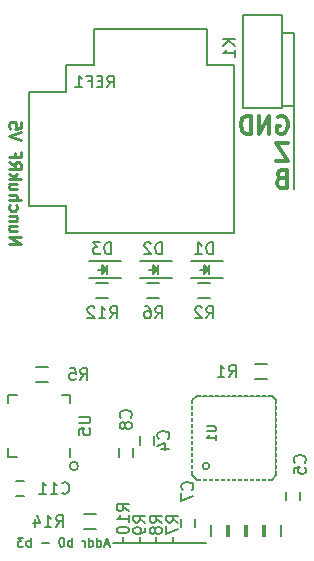
<source format=gbo>
G04 #@! TF.FileFunction,Legend,Bot*
%FSLAX46Y46*%
G04 Gerber Fmt 4.6, Leading zero omitted, Abs format (unit mm)*
G04 Created by KiCad (PCBNEW (2015-08-23 BZR 6117)-product) date tor 17 sep 2015 21:25:48*
%MOMM*%
G01*
G04 APERTURE LIST*
%ADD10C,0.100000*%
%ADD11C,0.200000*%
%ADD12C,0.177800*%
%ADD13C,0.300000*%
%ADD14C,0.250000*%
%ADD15C,0.150000*%
%ADD16C,0.127000*%
%ADD17C,0.149860*%
%ADD18O,0.442240X0.992240*%
%ADD19O,0.992240X0.442240*%
%ADD20R,1.817240X1.817240*%
%ADD21R,1.675000X1.675000*%
%ADD22R,1.200000X0.900000*%
%ADD23C,1.700000*%
%ADD24R,0.750000X1.200000*%
%ADD25R,1.200000X0.750000*%
%ADD26R,1.198880X1.198880*%
%ADD27R,0.900000X1.200000*%
%ADD28R,1.300480X0.254000*%
%ADD29R,0.254000X1.300480*%
%ADD30R,2.540000X2.032000*%
G04 APERTURE END LIST*
D10*
D11*
X223244210Y-83693000D02*
G75*
G03X223244210Y-83693000I-359210J0D01*
G01*
X240538000Y-53213000D02*
X241554000Y-53213000D01*
X241554000Y-46990000D02*
X240538000Y-46990000D01*
X231267000Y-90170000D02*
X231267000Y-89662000D01*
X229870000Y-90170000D02*
X229870000Y-89662000D01*
X228473000Y-90170000D02*
X228473000Y-89662000D01*
X227076000Y-90170000D02*
X227076000Y-89662000D01*
X234061000Y-90170000D02*
X226187000Y-90170000D01*
X241554000Y-46990000D02*
X241554000Y-60198000D01*
D12*
X225860428Y-90297000D02*
X225497571Y-90297000D01*
X225933000Y-90514714D02*
X225679000Y-89752714D01*
X225425000Y-90514714D01*
X224844428Y-90514714D02*
X224844428Y-89752714D01*
X224844428Y-90478429D02*
X224916999Y-90514714D01*
X225062142Y-90514714D01*
X225134714Y-90478429D01*
X225170999Y-90442143D01*
X225207285Y-90369571D01*
X225207285Y-90151857D01*
X225170999Y-90079286D01*
X225134714Y-90043000D01*
X225062142Y-90006714D01*
X224916999Y-90006714D01*
X224844428Y-90043000D01*
X224154999Y-90514714D02*
X224154999Y-89752714D01*
X224154999Y-90478429D02*
X224227570Y-90514714D01*
X224372713Y-90514714D01*
X224445285Y-90478429D01*
X224481570Y-90442143D01*
X224517856Y-90369571D01*
X224517856Y-90151857D01*
X224481570Y-90079286D01*
X224445285Y-90043000D01*
X224372713Y-90006714D01*
X224227570Y-90006714D01*
X224154999Y-90043000D01*
X223792141Y-90514714D02*
X223792141Y-90006714D01*
X223792141Y-90151857D02*
X223755856Y-90079286D01*
X223719570Y-90043000D01*
X223646999Y-90006714D01*
X223574427Y-90006714D01*
X222739856Y-90514714D02*
X222739856Y-89752714D01*
X222739856Y-90043000D02*
X222667285Y-90006714D01*
X222522142Y-90006714D01*
X222449571Y-90043000D01*
X222413285Y-90079286D01*
X222376999Y-90151857D01*
X222376999Y-90369571D01*
X222413285Y-90442143D01*
X222449571Y-90478429D01*
X222522142Y-90514714D01*
X222667285Y-90514714D01*
X222739856Y-90478429D01*
X221905285Y-89752714D02*
X221832713Y-89752714D01*
X221760142Y-89789000D01*
X221723856Y-89825286D01*
X221687570Y-89897857D01*
X221651285Y-90043000D01*
X221651285Y-90224429D01*
X221687570Y-90369571D01*
X221723856Y-90442143D01*
X221760142Y-90478429D01*
X221832713Y-90514714D01*
X221905285Y-90514714D01*
X221977856Y-90478429D01*
X222014142Y-90442143D01*
X222050427Y-90369571D01*
X222086713Y-90224429D01*
X222086713Y-90043000D01*
X222050427Y-89897857D01*
X222014142Y-89825286D01*
X221977856Y-89789000D01*
X221905285Y-89752714D01*
X220744142Y-90224429D02*
X220163571Y-90224429D01*
X219220142Y-90514714D02*
X219220142Y-89752714D01*
X219220142Y-90043000D02*
X219147571Y-90006714D01*
X219002428Y-90006714D01*
X218929857Y-90043000D01*
X218893571Y-90079286D01*
X218857285Y-90151857D01*
X218857285Y-90369571D01*
X218893571Y-90442143D01*
X218929857Y-90478429D01*
X219002428Y-90514714D01*
X219147571Y-90514714D01*
X219220142Y-90478429D01*
X218603285Y-89752714D02*
X218131571Y-89752714D01*
X218385571Y-90043000D01*
X218276713Y-90043000D01*
X218204142Y-90079286D01*
X218167856Y-90115571D01*
X218131571Y-90188143D01*
X218131571Y-90369571D01*
X218167856Y-90442143D01*
X218204142Y-90478429D01*
X218276713Y-90514714D01*
X218494428Y-90514714D01*
X218566999Y-90478429D01*
X218603285Y-90442143D01*
D13*
X240430857Y-59328857D02*
X240216571Y-59400286D01*
X240145143Y-59471714D01*
X240073714Y-59614571D01*
X240073714Y-59828857D01*
X240145143Y-59971714D01*
X240216571Y-60043143D01*
X240359429Y-60114571D01*
X240930857Y-60114571D01*
X240930857Y-58614571D01*
X240430857Y-58614571D01*
X240288000Y-58686000D01*
X240216571Y-58757429D01*
X240145143Y-58900286D01*
X240145143Y-59043143D01*
X240216571Y-59186000D01*
X240288000Y-59257429D01*
X240430857Y-59328857D01*
X240930857Y-59328857D01*
X241037999Y-56328571D02*
X240037999Y-56328571D01*
X241037999Y-57828571D01*
X240037999Y-57828571D01*
X240156857Y-54114000D02*
X240299714Y-54042571D01*
X240514000Y-54042571D01*
X240728285Y-54114000D01*
X240871143Y-54256857D01*
X240942571Y-54399714D01*
X241014000Y-54685429D01*
X241014000Y-54899714D01*
X240942571Y-55185429D01*
X240871143Y-55328286D01*
X240728285Y-55471143D01*
X240514000Y-55542571D01*
X240371143Y-55542571D01*
X240156857Y-55471143D01*
X240085428Y-55399714D01*
X240085428Y-54899714D01*
X240371143Y-54899714D01*
X239442571Y-55542571D02*
X239442571Y-54042571D01*
X238585428Y-55542571D01*
X238585428Y-54042571D01*
X237871142Y-55542571D02*
X237871142Y-54042571D01*
X237513999Y-54042571D01*
X237299714Y-54114000D01*
X237156856Y-54256857D01*
X237085428Y-54399714D01*
X237013999Y-54685429D01*
X237013999Y-54899714D01*
X237085428Y-55185429D01*
X237156856Y-55328286D01*
X237299714Y-55471143D01*
X237513999Y-55542571D01*
X237871142Y-55542571D01*
D14*
X217393259Y-64883658D02*
X218393259Y-64883658D01*
X217393259Y-64312229D01*
X218393259Y-64312229D01*
X218059926Y-63407467D02*
X217393259Y-63407467D01*
X218059926Y-63836039D02*
X217536116Y-63836039D01*
X217440878Y-63788420D01*
X217393259Y-63693182D01*
X217393259Y-63550324D01*
X217440878Y-63455086D01*
X217488497Y-63407467D01*
X218059926Y-62931277D02*
X217393259Y-62931277D01*
X217964688Y-62931277D02*
X218012307Y-62883658D01*
X218059926Y-62788420D01*
X218059926Y-62645562D01*
X218012307Y-62550324D01*
X217917069Y-62502705D01*
X217393259Y-62502705D01*
X217440878Y-61597943D02*
X217393259Y-61693181D01*
X217393259Y-61883658D01*
X217440878Y-61978896D01*
X217488497Y-62026515D01*
X217583735Y-62074134D01*
X217869450Y-62074134D01*
X217964688Y-62026515D01*
X218012307Y-61978896D01*
X218059926Y-61883658D01*
X218059926Y-61693181D01*
X218012307Y-61597943D01*
X217393259Y-61169372D02*
X218393259Y-61169372D01*
X217393259Y-60740800D02*
X217917069Y-60740800D01*
X218012307Y-60788419D01*
X218059926Y-60883657D01*
X218059926Y-61026515D01*
X218012307Y-61121753D01*
X217964688Y-61169372D01*
X218059926Y-59836038D02*
X217393259Y-59836038D01*
X218059926Y-60264610D02*
X217536116Y-60264610D01*
X217440878Y-60216991D01*
X217393259Y-60121753D01*
X217393259Y-59978895D01*
X217440878Y-59883657D01*
X217488497Y-59836038D01*
X217393259Y-59359848D02*
X218393259Y-59359848D01*
X217774211Y-59264610D02*
X217393259Y-58978895D01*
X218059926Y-58978895D02*
X217678973Y-59359848D01*
X217393259Y-57978895D02*
X217869450Y-58312229D01*
X217393259Y-58550324D02*
X218393259Y-58550324D01*
X218393259Y-58169371D01*
X218345640Y-58074133D01*
X218298021Y-58026514D01*
X218202783Y-57978895D01*
X218059926Y-57978895D01*
X217964688Y-58026514D01*
X217917069Y-58074133D01*
X217869450Y-58169371D01*
X217869450Y-58550324D01*
X217917069Y-57216990D02*
X217917069Y-57550324D01*
X217393259Y-57550324D02*
X218393259Y-57550324D01*
X218393259Y-57074133D01*
X218393259Y-56074133D02*
X217393259Y-55740800D01*
X218393259Y-55407466D01*
X218393259Y-54597942D02*
X218393259Y-55074133D01*
X217917069Y-55121752D01*
X217964688Y-55074133D01*
X218012307Y-54978895D01*
X218012307Y-54740799D01*
X217964688Y-54645561D01*
X217917069Y-54597942D01*
X217821830Y-54550323D01*
X217583735Y-54550323D01*
X217488497Y-54597942D01*
X217440878Y-54645561D01*
X217393259Y-54740799D01*
X217393259Y-54978895D01*
X217440878Y-55074133D01*
X217488497Y-55121752D01*
D15*
X222589000Y-77639000D02*
X221839000Y-77639000D01*
X217339000Y-82889000D02*
X218089000Y-82889000D01*
X217339000Y-77639000D02*
X218089000Y-77639000D01*
X222589000Y-82889000D02*
X222589000Y-82139000D01*
X217339000Y-82889000D02*
X217339000Y-82139000D01*
X217339000Y-77639000D02*
X217339000Y-78389000D01*
X222589000Y-77639000D02*
X222589000Y-78389000D01*
X239260000Y-75017000D02*
X238260000Y-75017000D01*
X238260000Y-76367000D02*
X239260000Y-76367000D01*
X219059760Y-51983640D02*
X219059760Y-61635640D01*
X222246760Y-61635640D02*
X219059760Y-61635640D01*
X222246760Y-52021640D02*
X219059760Y-52021640D01*
X222246760Y-49721640D02*
X222246760Y-52021640D01*
X222246760Y-63921640D02*
X222246760Y-61621640D01*
X236446760Y-63921640D02*
X222246760Y-63921640D01*
X236446760Y-49721640D02*
X236446760Y-63921640D01*
X224546760Y-49721640D02*
X222246760Y-49721640D01*
X234146760Y-49721640D02*
X236446760Y-49721640D01*
X224546760Y-46721640D02*
X224546760Y-49721640D01*
X234146760Y-46721640D02*
X234146760Y-49721640D01*
X224546760Y-46721640D02*
X234146760Y-46721640D01*
X229708000Y-81884000D02*
X229708000Y-81184000D01*
X228508000Y-81184000D02*
X228508000Y-81884000D01*
X240827000Y-85883000D02*
X240827000Y-86583000D01*
X242027000Y-86583000D02*
X242027000Y-85883000D01*
X233137000Y-88869000D02*
X233137000Y-88169000D01*
X231937000Y-88169000D02*
X231937000Y-88869000D01*
X226730000Y-82200000D02*
X226730000Y-82900000D01*
X227930000Y-82900000D02*
X227930000Y-82200000D01*
X217963000Y-86198000D02*
X218663000Y-86198000D01*
X218663000Y-84998000D02*
X217963000Y-84998000D01*
X235534000Y-67806000D02*
X232834000Y-67806000D01*
X235534000Y-66306000D02*
X232834000Y-66306000D01*
X234034000Y-67206000D02*
X234034000Y-66956000D01*
X234034000Y-66956000D02*
X234184000Y-67106000D01*
X234284000Y-66706000D02*
X234284000Y-67406000D01*
X233934000Y-67056000D02*
X233584000Y-67056000D01*
X234284000Y-67056000D02*
X233934000Y-66706000D01*
X233934000Y-66706000D02*
X233934000Y-67406000D01*
X233934000Y-67406000D02*
X234284000Y-67056000D01*
X231216000Y-67806000D02*
X228516000Y-67806000D01*
X231216000Y-66306000D02*
X228516000Y-66306000D01*
X229716000Y-67206000D02*
X229716000Y-66956000D01*
X229716000Y-66956000D02*
X229866000Y-67106000D01*
X229966000Y-66706000D02*
X229966000Y-67406000D01*
X229616000Y-67056000D02*
X229266000Y-67056000D01*
X229966000Y-67056000D02*
X229616000Y-66706000D01*
X229616000Y-66706000D02*
X229616000Y-67406000D01*
X229616000Y-67406000D02*
X229966000Y-67056000D01*
X226898000Y-67806000D02*
X224198000Y-67806000D01*
X226898000Y-66306000D02*
X224198000Y-66306000D01*
X225398000Y-67206000D02*
X225398000Y-66956000D01*
X225398000Y-66956000D02*
X225548000Y-67106000D01*
X225648000Y-66706000D02*
X225648000Y-67406000D01*
X225298000Y-67056000D02*
X224948000Y-67056000D01*
X225648000Y-67056000D02*
X225298000Y-66706000D01*
X225298000Y-66706000D02*
X225298000Y-67406000D01*
X225298000Y-67406000D02*
X225648000Y-67056000D01*
X234434000Y-68159000D02*
X233434000Y-68159000D01*
X233434000Y-69509000D02*
X234434000Y-69509000D01*
X219718000Y-76621000D02*
X220718000Y-76621000D01*
X220718000Y-75271000D02*
X219718000Y-75271000D01*
X230116000Y-68159000D02*
X229116000Y-68159000D01*
X229116000Y-69509000D02*
X230116000Y-69509000D01*
X239101000Y-88654000D02*
X239101000Y-89654000D01*
X240451000Y-89654000D02*
X240451000Y-88654000D01*
X237577000Y-88654000D02*
X237577000Y-89654000D01*
X238927000Y-89654000D02*
X238927000Y-88654000D01*
X236053000Y-88654000D02*
X236053000Y-89654000D01*
X237403000Y-89654000D02*
X237403000Y-88654000D01*
X234529000Y-88654000D02*
X234529000Y-89654000D01*
X235879000Y-89654000D02*
X235879000Y-88654000D01*
X225798000Y-68159000D02*
X224798000Y-68159000D01*
X224798000Y-69509000D02*
X225798000Y-69509000D01*
D16*
X234344981Y-83693000D02*
G75*
G03X234344981Y-83693000I-283981J0D01*
G01*
X233299000Y-77724000D02*
X232918000Y-78105000D01*
X232918000Y-78105000D02*
X232918000Y-84455000D01*
X232918000Y-84455000D02*
X233299000Y-84836000D01*
X233299000Y-84836000D02*
X239649000Y-84836000D01*
X239649000Y-84836000D02*
X240030000Y-84455000D01*
X240030000Y-84455000D02*
X240030000Y-78105000D01*
X240030000Y-78105000D02*
X239649000Y-77724000D01*
X239649000Y-77724000D02*
X233299000Y-77724000D01*
D15*
X224782000Y-87717000D02*
X223782000Y-87717000D01*
X223782000Y-89067000D02*
X224782000Y-89067000D01*
X237236000Y-45466000D02*
X237236000Y-53340000D01*
X237236000Y-53340000D02*
X240538000Y-53340000D01*
X240538000Y-53340000D02*
X240538000Y-45466000D01*
X240538000Y-45466000D02*
X237236000Y-45466000D01*
X223291381Y-79502095D02*
X224100905Y-79502095D01*
X224196143Y-79549714D01*
X224243762Y-79597333D01*
X224291381Y-79692571D01*
X224291381Y-79883048D01*
X224243762Y-79978286D01*
X224196143Y-80025905D01*
X224100905Y-80073524D01*
X223291381Y-80073524D01*
X223291381Y-81025905D02*
X223291381Y-80549714D01*
X223767571Y-80502095D01*
X223719952Y-80549714D01*
X223672333Y-80644952D01*
X223672333Y-80883048D01*
X223719952Y-80978286D01*
X223767571Y-81025905D01*
X223862810Y-81073524D01*
X224100905Y-81073524D01*
X224196143Y-81025905D01*
X224243762Y-80978286D01*
X224291381Y-80883048D01*
X224291381Y-80644952D01*
X224243762Y-80549714D01*
X224196143Y-80502095D01*
X236005666Y-76144381D02*
X236339000Y-75668190D01*
X236577095Y-76144381D02*
X236577095Y-75144381D01*
X236196142Y-75144381D01*
X236100904Y-75192000D01*
X236053285Y-75239619D01*
X236005666Y-75334857D01*
X236005666Y-75477714D01*
X236053285Y-75572952D01*
X236100904Y-75620571D01*
X236196142Y-75668190D01*
X236577095Y-75668190D01*
X235053285Y-76144381D02*
X235624714Y-76144381D01*
X235339000Y-76144381D02*
X235339000Y-75144381D01*
X235434238Y-75287238D01*
X235529476Y-75382476D01*
X235624714Y-75430095D01*
X225710619Y-51633381D02*
X226043953Y-51157190D01*
X226282048Y-51633381D02*
X226282048Y-50633381D01*
X225901095Y-50633381D01*
X225805857Y-50681000D01*
X225758238Y-50728619D01*
X225710619Y-50823857D01*
X225710619Y-50966714D01*
X225758238Y-51061952D01*
X225805857Y-51109571D01*
X225901095Y-51157190D01*
X226282048Y-51157190D01*
X225282048Y-51109571D02*
X224948714Y-51109571D01*
X224805857Y-51633381D02*
X225282048Y-51633381D01*
X225282048Y-50633381D01*
X224805857Y-50633381D01*
X224043952Y-51109571D02*
X224377286Y-51109571D01*
X224377286Y-51633381D02*
X224377286Y-50633381D01*
X223901095Y-50633381D01*
X222996333Y-51633381D02*
X223567762Y-51633381D01*
X223282048Y-51633381D02*
X223282048Y-50633381D01*
X223377286Y-50776238D01*
X223472524Y-50871476D01*
X223567762Y-50919095D01*
X230862143Y-81367334D02*
X230909762Y-81319715D01*
X230957381Y-81176858D01*
X230957381Y-81081620D01*
X230909762Y-80938762D01*
X230814524Y-80843524D01*
X230719286Y-80795905D01*
X230528810Y-80748286D01*
X230385952Y-80748286D01*
X230195476Y-80795905D01*
X230100238Y-80843524D01*
X230005000Y-80938762D01*
X229957381Y-81081620D01*
X229957381Y-81176858D01*
X230005000Y-81319715D01*
X230052619Y-81367334D01*
X230290714Y-82224477D02*
X230957381Y-82224477D01*
X229909762Y-81986381D02*
X230624048Y-81748286D01*
X230624048Y-82367334D01*
X242419143Y-83399334D02*
X242466762Y-83351715D01*
X242514381Y-83208858D01*
X242514381Y-83113620D01*
X242466762Y-82970762D01*
X242371524Y-82875524D01*
X242276286Y-82827905D01*
X242085810Y-82780286D01*
X241942952Y-82780286D01*
X241752476Y-82827905D01*
X241657238Y-82875524D01*
X241562000Y-82970762D01*
X241514381Y-83113620D01*
X241514381Y-83208858D01*
X241562000Y-83351715D01*
X241609619Y-83399334D01*
X241514381Y-84304096D02*
X241514381Y-83827905D01*
X241990571Y-83780286D01*
X241942952Y-83827905D01*
X241895333Y-83923143D01*
X241895333Y-84161239D01*
X241942952Y-84256477D01*
X241990571Y-84304096D01*
X242085810Y-84351715D01*
X242323905Y-84351715D01*
X242419143Y-84304096D01*
X242466762Y-84256477D01*
X242514381Y-84161239D01*
X242514381Y-83923143D01*
X242466762Y-83827905D01*
X242419143Y-83780286D01*
X232894143Y-85685334D02*
X232941762Y-85637715D01*
X232989381Y-85494858D01*
X232989381Y-85399620D01*
X232941762Y-85256762D01*
X232846524Y-85161524D01*
X232751286Y-85113905D01*
X232560810Y-85066286D01*
X232417952Y-85066286D01*
X232227476Y-85113905D01*
X232132238Y-85161524D01*
X232037000Y-85256762D01*
X231989381Y-85399620D01*
X231989381Y-85494858D01*
X232037000Y-85637715D01*
X232084619Y-85685334D01*
X231989381Y-86018667D02*
X231989381Y-86685334D01*
X232989381Y-86256762D01*
X227687143Y-79589334D02*
X227734762Y-79541715D01*
X227782381Y-79398858D01*
X227782381Y-79303620D01*
X227734762Y-79160762D01*
X227639524Y-79065524D01*
X227544286Y-79017905D01*
X227353810Y-78970286D01*
X227210952Y-78970286D01*
X227020476Y-79017905D01*
X226925238Y-79065524D01*
X226830000Y-79160762D01*
X226782381Y-79303620D01*
X226782381Y-79398858D01*
X226830000Y-79541715D01*
X226877619Y-79589334D01*
X227210952Y-80160762D02*
X227163333Y-80065524D01*
X227115714Y-80017905D01*
X227020476Y-79970286D01*
X226972857Y-79970286D01*
X226877619Y-80017905D01*
X226830000Y-80065524D01*
X226782381Y-80160762D01*
X226782381Y-80351239D01*
X226830000Y-80446477D01*
X226877619Y-80494096D01*
X226972857Y-80541715D01*
X227020476Y-80541715D01*
X227115714Y-80494096D01*
X227163333Y-80446477D01*
X227210952Y-80351239D01*
X227210952Y-80160762D01*
X227258571Y-80065524D01*
X227306190Y-80017905D01*
X227401429Y-79970286D01*
X227591905Y-79970286D01*
X227687143Y-80017905D01*
X227734762Y-80065524D01*
X227782381Y-80160762D01*
X227782381Y-80351239D01*
X227734762Y-80446477D01*
X227687143Y-80494096D01*
X227591905Y-80541715D01*
X227401429Y-80541715D01*
X227306190Y-80494096D01*
X227258571Y-80446477D01*
X227210952Y-80351239D01*
X221876857Y-85955143D02*
X221924476Y-86002762D01*
X222067333Y-86050381D01*
X222162571Y-86050381D01*
X222305429Y-86002762D01*
X222400667Y-85907524D01*
X222448286Y-85812286D01*
X222495905Y-85621810D01*
X222495905Y-85478952D01*
X222448286Y-85288476D01*
X222400667Y-85193238D01*
X222305429Y-85098000D01*
X222162571Y-85050381D01*
X222067333Y-85050381D01*
X221924476Y-85098000D01*
X221876857Y-85145619D01*
X220924476Y-86050381D02*
X221495905Y-86050381D01*
X221210191Y-86050381D02*
X221210191Y-85050381D01*
X221305429Y-85193238D01*
X221400667Y-85288476D01*
X221495905Y-85336095D01*
X219972095Y-86050381D02*
X220543524Y-86050381D01*
X220257810Y-86050381D02*
X220257810Y-85050381D01*
X220353048Y-85193238D01*
X220448286Y-85288476D01*
X220543524Y-85336095D01*
X234672095Y-65758381D02*
X234672095Y-64758381D01*
X234434000Y-64758381D01*
X234291142Y-64806000D01*
X234195904Y-64901238D01*
X234148285Y-64996476D01*
X234100666Y-65186952D01*
X234100666Y-65329810D01*
X234148285Y-65520286D01*
X234195904Y-65615524D01*
X234291142Y-65710762D01*
X234434000Y-65758381D01*
X234672095Y-65758381D01*
X233148285Y-65758381D02*
X233719714Y-65758381D01*
X233434000Y-65758381D02*
X233434000Y-64758381D01*
X233529238Y-64901238D01*
X233624476Y-64996476D01*
X233719714Y-65044095D01*
X230354095Y-65758381D02*
X230354095Y-64758381D01*
X230116000Y-64758381D01*
X229973142Y-64806000D01*
X229877904Y-64901238D01*
X229830285Y-64996476D01*
X229782666Y-65186952D01*
X229782666Y-65329810D01*
X229830285Y-65520286D01*
X229877904Y-65615524D01*
X229973142Y-65710762D01*
X230116000Y-65758381D01*
X230354095Y-65758381D01*
X229401714Y-64853619D02*
X229354095Y-64806000D01*
X229258857Y-64758381D01*
X229020761Y-64758381D01*
X228925523Y-64806000D01*
X228877904Y-64853619D01*
X228830285Y-64948857D01*
X228830285Y-65044095D01*
X228877904Y-65186952D01*
X229449333Y-65758381D01*
X228830285Y-65758381D01*
X226036095Y-65758381D02*
X226036095Y-64758381D01*
X225798000Y-64758381D01*
X225655142Y-64806000D01*
X225559904Y-64901238D01*
X225512285Y-64996476D01*
X225464666Y-65186952D01*
X225464666Y-65329810D01*
X225512285Y-65520286D01*
X225559904Y-65615524D01*
X225655142Y-65710762D01*
X225798000Y-65758381D01*
X226036095Y-65758381D01*
X225131333Y-64758381D02*
X224512285Y-64758381D01*
X224845619Y-65139333D01*
X224702761Y-65139333D01*
X224607523Y-65186952D01*
X224559904Y-65234571D01*
X224512285Y-65329810D01*
X224512285Y-65567905D01*
X224559904Y-65663143D01*
X224607523Y-65710762D01*
X224702761Y-65758381D01*
X224988476Y-65758381D01*
X225083714Y-65710762D01*
X225131333Y-65663143D01*
X234100666Y-71186381D02*
X234434000Y-70710190D01*
X234672095Y-71186381D02*
X234672095Y-70186381D01*
X234291142Y-70186381D01*
X234195904Y-70234000D01*
X234148285Y-70281619D01*
X234100666Y-70376857D01*
X234100666Y-70519714D01*
X234148285Y-70614952D01*
X234195904Y-70662571D01*
X234291142Y-70710190D01*
X234672095Y-70710190D01*
X233719714Y-70281619D02*
X233672095Y-70234000D01*
X233576857Y-70186381D01*
X233338761Y-70186381D01*
X233243523Y-70234000D01*
X233195904Y-70281619D01*
X233148285Y-70376857D01*
X233148285Y-70472095D01*
X233195904Y-70614952D01*
X233767333Y-71186381D01*
X233148285Y-71186381D01*
X223432666Y-76398381D02*
X223766000Y-75922190D01*
X224004095Y-76398381D02*
X224004095Y-75398381D01*
X223623142Y-75398381D01*
X223527904Y-75446000D01*
X223480285Y-75493619D01*
X223432666Y-75588857D01*
X223432666Y-75731714D01*
X223480285Y-75826952D01*
X223527904Y-75874571D01*
X223623142Y-75922190D01*
X224004095Y-75922190D01*
X222527904Y-75398381D02*
X223004095Y-75398381D01*
X223051714Y-75874571D01*
X223004095Y-75826952D01*
X222908857Y-75779333D01*
X222670761Y-75779333D01*
X222575523Y-75826952D01*
X222527904Y-75874571D01*
X222480285Y-75969810D01*
X222480285Y-76207905D01*
X222527904Y-76303143D01*
X222575523Y-76350762D01*
X222670761Y-76398381D01*
X222908857Y-76398381D01*
X223004095Y-76350762D01*
X223051714Y-76303143D01*
X229782666Y-71186381D02*
X230116000Y-70710190D01*
X230354095Y-71186381D02*
X230354095Y-70186381D01*
X229973142Y-70186381D01*
X229877904Y-70234000D01*
X229830285Y-70281619D01*
X229782666Y-70376857D01*
X229782666Y-70519714D01*
X229830285Y-70614952D01*
X229877904Y-70662571D01*
X229973142Y-70710190D01*
X230354095Y-70710190D01*
X228925523Y-70186381D02*
X229116000Y-70186381D01*
X229211238Y-70234000D01*
X229258857Y-70281619D01*
X229354095Y-70424476D01*
X229401714Y-70614952D01*
X229401714Y-70995905D01*
X229354095Y-71091143D01*
X229306476Y-71138762D01*
X229211238Y-71186381D01*
X229020761Y-71186381D01*
X228925523Y-71138762D01*
X228877904Y-71091143D01*
X228830285Y-70995905D01*
X228830285Y-70757810D01*
X228877904Y-70662571D01*
X228925523Y-70614952D01*
X229020761Y-70567333D01*
X229211238Y-70567333D01*
X229306476Y-70614952D01*
X229354095Y-70662571D01*
X229401714Y-70757810D01*
X231719381Y-88479334D02*
X231243190Y-88146000D01*
X231719381Y-87907905D02*
X230719381Y-87907905D01*
X230719381Y-88288858D01*
X230767000Y-88384096D01*
X230814619Y-88431715D01*
X230909857Y-88479334D01*
X231052714Y-88479334D01*
X231147952Y-88431715D01*
X231195571Y-88384096D01*
X231243190Y-88288858D01*
X231243190Y-87907905D01*
X230719381Y-88812667D02*
X230719381Y-89479334D01*
X231719381Y-89050762D01*
X230322381Y-88479334D02*
X229846190Y-88146000D01*
X230322381Y-87907905D02*
X229322381Y-87907905D01*
X229322381Y-88288858D01*
X229370000Y-88384096D01*
X229417619Y-88431715D01*
X229512857Y-88479334D01*
X229655714Y-88479334D01*
X229750952Y-88431715D01*
X229798571Y-88384096D01*
X229846190Y-88288858D01*
X229846190Y-87907905D01*
X229750952Y-89050762D02*
X229703333Y-88955524D01*
X229655714Y-88907905D01*
X229560476Y-88860286D01*
X229512857Y-88860286D01*
X229417619Y-88907905D01*
X229370000Y-88955524D01*
X229322381Y-89050762D01*
X229322381Y-89241239D01*
X229370000Y-89336477D01*
X229417619Y-89384096D01*
X229512857Y-89431715D01*
X229560476Y-89431715D01*
X229655714Y-89384096D01*
X229703333Y-89336477D01*
X229750952Y-89241239D01*
X229750952Y-89050762D01*
X229798571Y-88955524D01*
X229846190Y-88907905D01*
X229941429Y-88860286D01*
X230131905Y-88860286D01*
X230227143Y-88907905D01*
X230274762Y-88955524D01*
X230322381Y-89050762D01*
X230322381Y-89241239D01*
X230274762Y-89336477D01*
X230227143Y-89384096D01*
X230131905Y-89431715D01*
X229941429Y-89431715D01*
X229846190Y-89384096D01*
X229798571Y-89336477D01*
X229750952Y-89241239D01*
X228925381Y-88479334D02*
X228449190Y-88146000D01*
X228925381Y-87907905D02*
X227925381Y-87907905D01*
X227925381Y-88288858D01*
X227973000Y-88384096D01*
X228020619Y-88431715D01*
X228115857Y-88479334D01*
X228258714Y-88479334D01*
X228353952Y-88431715D01*
X228401571Y-88384096D01*
X228449190Y-88288858D01*
X228449190Y-87907905D01*
X228925381Y-88955524D02*
X228925381Y-89146000D01*
X228877762Y-89241239D01*
X228830143Y-89288858D01*
X228687286Y-89384096D01*
X228496810Y-89431715D01*
X228115857Y-89431715D01*
X228020619Y-89384096D01*
X227973000Y-89336477D01*
X227925381Y-89241239D01*
X227925381Y-89050762D01*
X227973000Y-88955524D01*
X228020619Y-88907905D01*
X228115857Y-88860286D01*
X228353952Y-88860286D01*
X228449190Y-88907905D01*
X228496810Y-88955524D01*
X228544429Y-89050762D01*
X228544429Y-89241239D01*
X228496810Y-89336477D01*
X228449190Y-89384096D01*
X228353952Y-89431715D01*
X227528381Y-87495143D02*
X227052190Y-87161809D01*
X227528381Y-86923714D02*
X226528381Y-86923714D01*
X226528381Y-87304667D01*
X226576000Y-87399905D01*
X226623619Y-87447524D01*
X226718857Y-87495143D01*
X226861714Y-87495143D01*
X226956952Y-87447524D01*
X227004571Y-87399905D01*
X227052190Y-87304667D01*
X227052190Y-86923714D01*
X227528381Y-88447524D02*
X227528381Y-87876095D01*
X227528381Y-88161809D02*
X226528381Y-88161809D01*
X226671238Y-88066571D01*
X226766476Y-87971333D01*
X226814095Y-87876095D01*
X226528381Y-89066571D02*
X226528381Y-89161810D01*
X226576000Y-89257048D01*
X226623619Y-89304667D01*
X226718857Y-89352286D01*
X226909333Y-89399905D01*
X227147429Y-89399905D01*
X227337905Y-89352286D01*
X227433143Y-89304667D01*
X227480762Y-89257048D01*
X227528381Y-89161810D01*
X227528381Y-89066571D01*
X227480762Y-88971333D01*
X227433143Y-88923714D01*
X227337905Y-88876095D01*
X227147429Y-88828476D01*
X226909333Y-88828476D01*
X226718857Y-88876095D01*
X226623619Y-88923714D01*
X226576000Y-88971333D01*
X226528381Y-89066571D01*
X225940857Y-71186381D02*
X226274191Y-70710190D01*
X226512286Y-71186381D02*
X226512286Y-70186381D01*
X226131333Y-70186381D01*
X226036095Y-70234000D01*
X225988476Y-70281619D01*
X225940857Y-70376857D01*
X225940857Y-70519714D01*
X225988476Y-70614952D01*
X226036095Y-70662571D01*
X226131333Y-70710190D01*
X226512286Y-70710190D01*
X224988476Y-71186381D02*
X225559905Y-71186381D01*
X225274191Y-71186381D02*
X225274191Y-70186381D01*
X225369429Y-70329238D01*
X225464667Y-70424476D01*
X225559905Y-70472095D01*
X224607524Y-70281619D02*
X224559905Y-70234000D01*
X224464667Y-70186381D01*
X224226571Y-70186381D01*
X224131333Y-70234000D01*
X224083714Y-70281619D01*
X224036095Y-70376857D01*
X224036095Y-70472095D01*
X224083714Y-70614952D01*
X224655143Y-71186381D01*
X224036095Y-71186381D01*
D17*
X234158669Y-80328105D02*
X234765245Y-80328105D01*
X234836607Y-80363786D01*
X234872288Y-80399467D01*
X234907969Y-80470829D01*
X234907969Y-80613552D01*
X234872288Y-80684914D01*
X234836607Y-80720595D01*
X234765245Y-80756276D01*
X234158669Y-80756276D01*
X234907969Y-81505576D02*
X234907969Y-81077405D01*
X234907969Y-81291491D02*
X234158669Y-81291491D01*
X234265712Y-81220129D01*
X234337074Y-81148767D01*
X234372755Y-81077405D01*
D15*
X221368857Y-88861382D02*
X221702191Y-88385191D01*
X221940286Y-88861382D02*
X221940286Y-87861382D01*
X221559333Y-87861382D01*
X221464095Y-87909001D01*
X221416476Y-87956620D01*
X221368857Y-88051858D01*
X221368857Y-88194715D01*
X221416476Y-88289953D01*
X221464095Y-88337572D01*
X221559333Y-88385191D01*
X221940286Y-88385191D01*
X220416476Y-88861382D02*
X220987905Y-88861382D01*
X220702191Y-88861382D02*
X220702191Y-87861382D01*
X220797429Y-88004239D01*
X220892667Y-88099477D01*
X220987905Y-88147096D01*
X219559333Y-88194715D02*
X219559333Y-88861382D01*
X219797429Y-87813763D02*
X220035524Y-88528049D01*
X219416476Y-88528049D01*
X236545381Y-47521905D02*
X235545381Y-47521905D01*
X236545381Y-48093334D02*
X235973952Y-47664762D01*
X235545381Y-48093334D02*
X236116810Y-47521905D01*
X236545381Y-49045715D02*
X236545381Y-48474286D01*
X236545381Y-48760000D02*
X235545381Y-48760000D01*
X235688238Y-48664762D01*
X235783476Y-48569524D01*
X235831095Y-48474286D01*
%LPC*%
D18*
X221464000Y-82714000D03*
X220964000Y-82714000D03*
X220464000Y-82714000D03*
X219964000Y-82714000D03*
X219464000Y-82714000D03*
X218964000Y-82714000D03*
X218464000Y-82714000D03*
D19*
X217514000Y-81764000D03*
X217514000Y-81264000D03*
X217514000Y-80764000D03*
X217514000Y-80264000D03*
X217514000Y-79764000D03*
X217514000Y-79264000D03*
X217514000Y-78764000D03*
D18*
X218464000Y-77814000D03*
X218964000Y-77814000D03*
X219464000Y-77814000D03*
X219964000Y-77814000D03*
X220464000Y-77814000D03*
X220964000Y-77814000D03*
X221464000Y-77814000D03*
D19*
X222414000Y-78764000D03*
X222414000Y-79264000D03*
X222414000Y-79764000D03*
X222414000Y-80264000D03*
X222414000Y-80764000D03*
X222414000Y-81264000D03*
X222414000Y-81764000D03*
D20*
X219126500Y-79426500D03*
D21*
X220801500Y-79426500D03*
X219126500Y-81101500D03*
X220801500Y-81101500D03*
D22*
X237660000Y-75692000D03*
X239860000Y-75692000D03*
D23*
X229346760Y-47821640D03*
X231886760Y-47821640D03*
X226806760Y-47821640D03*
X220346760Y-54321640D03*
X220346760Y-56821640D03*
X220346760Y-59321640D03*
D24*
X229108000Y-82484000D03*
X229108000Y-80584000D03*
X241427000Y-85283000D03*
X241427000Y-87183000D03*
X232537000Y-89469000D03*
X232537000Y-87569000D03*
X227330000Y-81600000D03*
X227330000Y-83500000D03*
D25*
X217363000Y-85598000D03*
X219263000Y-85598000D03*
D26*
X232884980Y-67056000D03*
X234983020Y-67056000D03*
X228566980Y-67056000D03*
X230665020Y-67056000D03*
X224248980Y-67056000D03*
X226347020Y-67056000D03*
D22*
X232834000Y-68834000D03*
X235034000Y-68834000D03*
X221318000Y-75946000D03*
X219118000Y-75946000D03*
X228516000Y-68834000D03*
X230716000Y-68834000D03*
D27*
X239776000Y-90254000D03*
X239776000Y-88054000D03*
X238252000Y-90254000D03*
X238252000Y-88054000D03*
X236728000Y-90254000D03*
X236728000Y-88054000D03*
X235204000Y-90254000D03*
X235204000Y-88054000D03*
D22*
X224198000Y-68834000D03*
X226398000Y-68834000D03*
D28*
X232374440Y-82529680D03*
X232374440Y-82029300D03*
X232374440Y-81528920D03*
X232374440Y-81031080D03*
X232374440Y-80530700D03*
X232374440Y-84030820D03*
X232374440Y-83530440D03*
X232374440Y-83030060D03*
D29*
X233723180Y-77180440D03*
X234223560Y-77180440D03*
X234723940Y-77180440D03*
X235224320Y-77180440D03*
X235724700Y-77180440D03*
X236225080Y-77180440D03*
X236722920Y-77180440D03*
X237223300Y-77180440D03*
D28*
X240573560Y-78529180D03*
X240573560Y-79029560D03*
X240573560Y-79529940D03*
X240573560Y-80030320D03*
X240573560Y-80530700D03*
X240573560Y-81031080D03*
X240573560Y-81528920D03*
X240573560Y-82029300D03*
D29*
X239224820Y-85379560D03*
X238724440Y-85379560D03*
X238224060Y-85379560D03*
X237723680Y-85379560D03*
X237223300Y-85379560D03*
X236722920Y-85379560D03*
X236225080Y-85379560D03*
X235724700Y-85379560D03*
D28*
X232374440Y-80030320D03*
X232374440Y-79529940D03*
X232374440Y-79029560D03*
X232374440Y-78529180D03*
D29*
X237723680Y-77180440D03*
X238224060Y-77180440D03*
X238724440Y-77180440D03*
X239224820Y-77180440D03*
D28*
X240573560Y-82529680D03*
X240573560Y-83030060D03*
X240573560Y-83530440D03*
X240573560Y-84030820D03*
D29*
X235224320Y-85379560D03*
X234723940Y-85379560D03*
X234223560Y-85379560D03*
X233723180Y-85379560D03*
D22*
X223182000Y-88392000D03*
X225382000Y-88392000D03*
D30*
X238887000Y-46863000D03*
X238887000Y-49403000D03*
X238887000Y-51903000D03*
M02*

</source>
